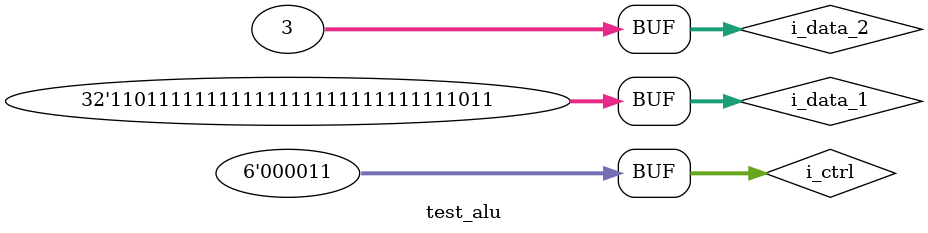
<source format=v>
`timescale 1ns / 1ps

module test_alu;

	// Inputs
	reg [31:0] i_data_1;
	reg [31:0] i_data_2;
	reg [5:0] i_ctrl;

	// Outputs
	wire [31:0] o_out;

	// Instantiate the Unit Under Test (UUT)
	alu uut (
		.i_data_1(i_data_1), 
		.i_data_2(i_data_2), 
		.i_ctrl(i_ctrl), 
		.o_out(o_out)
	);

	initial begin
		// Initialize Inputs
		i_data_1 = 0;
		i_data_2 = 0;
		i_ctrl = 0;

		// Wait 100 ns for global reset to finish
		#100;
        
		// Add stimulus here
		//ADD
		i_data_1 = 32'b11;
		i_data_2 = 32'b10;
		#10 i_ctrl = 6'b100000;
		#100
		//SUB
		i_data_1 = 32'b11;
		i_data_2 = 32'b10;
		#10 i_ctrl = 6'b100010;
		//AND
		i_data_1 = 32'b11;
		i_data_2 = 32'b10;
		#10 i_ctrl = 6'b100100;
		#100		
		//OR
		i_data_1 = 32'b11;
		i_data_2 = 32'b10;
		#10 i_ctrl = 6'b100101;
		#100
		//XOR
		i_data_1 = 32'b11;
		i_data_2 = 32'b10;
		#10 i_ctrl = 6'b100110;
		#100		
		//NOR
		i_data_1 = 32'b11;
		i_data_2 = 32'b10;
		#10 i_ctrl = 6'b100111;
		#100
		//SRL
		i_data_1 = 32'b11111111;
		i_data_2 = 32'b11;
		#10 i_ctrl = 6'b000010;
		#100
		//SRA
		i_data_1 = 32'b11011111111111111111111111111011;
		i_data_2 = 32'b11;
		#10 i_ctrl = 6'b000011;
		
	end
      
endmodule


</source>
